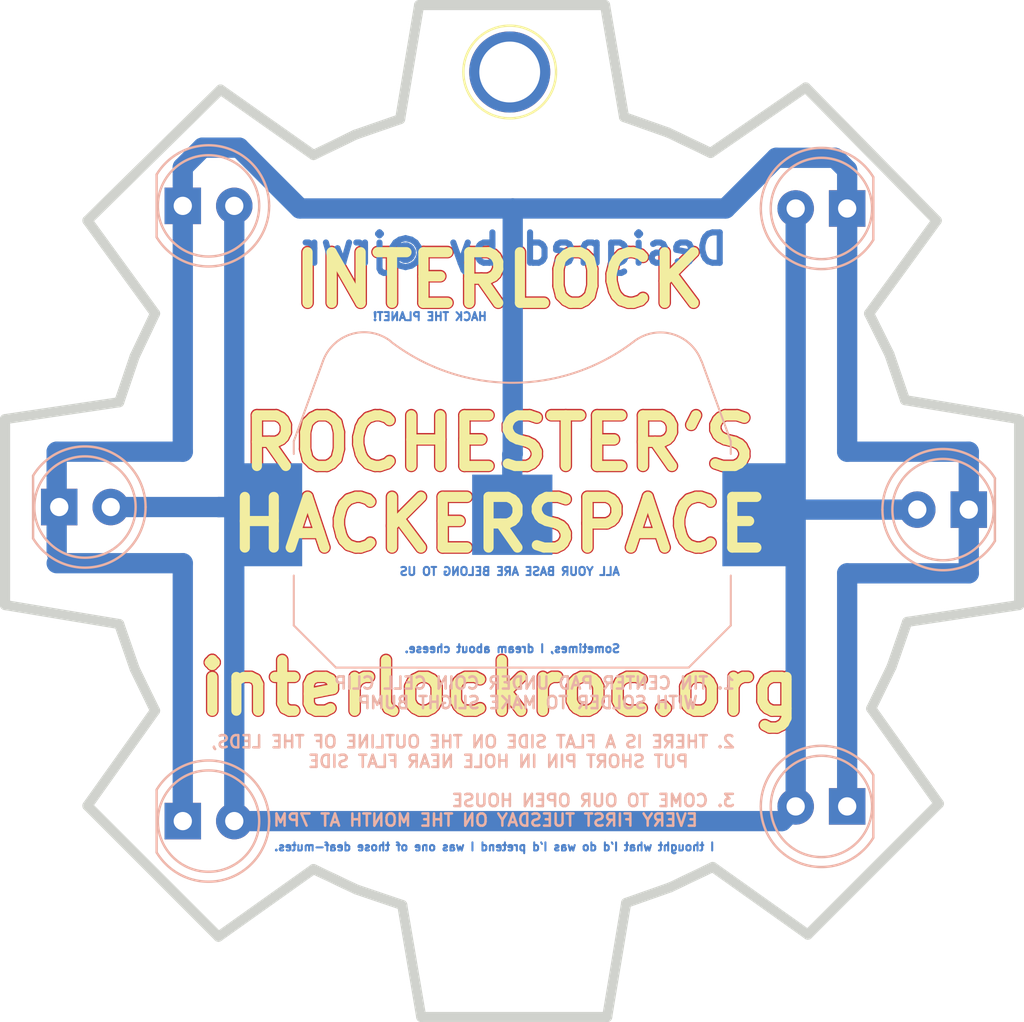
<source format=kicad_pcb>
(kicad_pcb (version 20171130) (host pcbnew "(5.0.0)")

  (general
    (thickness 1.6)
    (drawings 48)
    (tracks 39)
    (zones 0)
    (modules 8)
    (nets 3)
  )

  (page A4)
  (layers
    (0 F.Cu signal hide)
    (31 B.Cu signal)
    (32 B.Adhes user)
    (33 F.Adhes user hide)
    (34 B.Paste user)
    (35 F.Paste user hide)
    (36 B.SilkS user)
    (37 F.SilkS user hide)
    (38 B.Mask user)
    (39 F.Mask user hide)
    (40 Dwgs.User user)
    (41 Cmts.User user)
    (42 Eco1.User user)
    (43 Eco2.User user)
    (44 Edge.Cuts user)
    (45 Margin user)
    (46 B.CrtYd user)
    (47 F.CrtYd user)
    (48 B.Fab user)
    (49 F.Fab user)
  )

  (setup
    (last_trace_width 1)
    (trace_clearance 0.2)
    (zone_clearance 0.508)
    (zone_45_only no)
    (trace_min 0.2)
    (segment_width 0.2)
    (edge_width 0.15)
    (via_size 0.8)
    (via_drill 0.4)
    (via_min_size 0.4)
    (via_min_drill 0.3)
    (uvia_size 0.3)
    (uvia_drill 0.1)
    (uvias_allowed no)
    (uvia_min_size 0.2)
    (uvia_min_drill 0.1)
    (pcb_text_width 0.3)
    (pcb_text_size 1.5 1.5)
    (mod_edge_width 0.15)
    (mod_text_size 1 1)
    (mod_text_width 0.15)
    (pad_size 3.96 3.96)
    (pad_drill 0)
    (pad_to_mask_clearance 0.2)
    (solder_mask_min_width 0.25)
    (aux_axis_origin 0 0)
    (visible_elements 7FFFFFFF)
    (pcbplotparams
      (layerselection 0x010ff_ffffffff)
      (usegerberextensions false)
      (usegerberattributes false)
      (usegerberadvancedattributes false)
      (creategerberjobfile true)
      (excludeedgelayer true)
      (linewidth 0.100000)
      (plotframeref false)
      (viasonmask false)
      (mode 1)
      (useauxorigin false)
      (hpglpennumber 1)
      (hpglpenspeed 20)
      (hpglpendiameter 15.000000)
      (psnegative false)
      (psa4output false)
      (plotreference true)
      (plotvalue true)
      (plotinvisibletext false)
      (padsonsilk false)
      (subtractmaskfromsilk false)
      (outputformat 1)
      (mirror false)
      (drillshape 0)
      (scaleselection 1)
      (outputdirectory "grb/"))
  )

  (net 0 "")
  (net 1 "Net-(BT2032-Pad2)")
  (net 2 "Net-(BT2032-Pad1)")

  (net_class Default "This is the default net class."
    (clearance 0.2)
    (trace_width 1)
    (via_dia 0.8)
    (via_drill 0.4)
    (uvia_dia 0.3)
    (uvia_drill 0.1)
    (add_net "Net-(BT2032-Pad1)")
    (add_net "Net-(BT2032-Pad2)")
  )

  (module Battery:BatteryHolder_Keystone_3034_1x20mm-LrgPad (layer B.Cu) (tedit 5BCFD1F8) (tstamp 5BE7CF20)
    (at 141.478 62.611)
    (descr "Keystone 3034 SMD battery holder for 2020, 2025 and 2032 coincell batteries. http://www.keyelco.com/product-pdf.cfm?p=798")
    (tags "Keystone type 3034 coin cell retainer")
    (attr smd)
    (fp_text reference "" (at 0 11.5) (layer B.SilkS)
      (effects (font (size 1 1) (thickness 0.15)) (justify mirror))
    )
    (fp_text value Battery_Cell (at 0 -11.5) (layer B.Fab)
      (effects (font (size 1 1) (thickness 0.15)) (justify mirror))
    )
    (fp_text user %R (at 0 2.9) (layer B.Fab)
      (effects (font (size 1 1) (thickness 0.15)) (justify mirror))
    )
    (fp_circle (center 0 0) (end 0 -10.25) (layer Dwgs.User) (width 0.15))
    (fp_arc (start 0 -16.36) (end 6 -8.55) (angle 75.1) (layer B.SilkS) (width 0.1))
    (fp_arc (start -7.31 -6.85) (end -9.34 -7.58) (angle 107.5) (layer B.SilkS) (width 0.1))
    (fp_line (start -10.78 -3.63) (end -9.34 -7.58) (layer B.SilkS) (width 0.1))
    (fp_line (start -8.7 7.54) (end -10.78 5.46) (layer B.SilkS) (width 0.1))
    (fp_line (start 8.7 7.54) (end -8.7 7.54) (layer B.SilkS) (width 0.1))
    (fp_line (start 8.7 7.54) (end 10.78 5.46) (layer B.SilkS) (width 0.1))
    (fp_line (start 10.78 -3.63) (end 9.34 -7.58) (layer B.SilkS) (width 0.1))
    (fp_arc (start 7.31 -6.85) (end 6 -8.55) (angle 107.5) (layer B.SilkS) (width 0.1))
    (fp_line (start -10.78 5.46) (end -10.78 3) (layer B.SilkS) (width 0.1))
    (fp_line (start -10.78 -3) (end -10.78 -3.63) (layer B.SilkS) (width 0.1))
    (fp_line (start 10.78 5.46) (end 10.78 3) (layer B.SilkS) (width 0.1))
    (fp_line (start 10.78 -3) (end 10.78 -3.63) (layer B.SilkS) (width 0.1))
    (fp_line (start -9.19 -7.53) (end -10.63 -3.6) (layer B.Fab) (width 0.1))
    (fp_line (start -10.63 -3.6) (end -10.63 5.4) (layer B.Fab) (width 0.1))
    (fp_line (start -10.63 5.4) (end -8.64 7.39) (layer B.Fab) (width 0.1))
    (fp_line (start -8.64 7.39) (end 8.64 7.39) (layer B.Fab) (width 0.1))
    (fp_line (start 8.64 7.39) (end 10.63 5.4) (layer B.Fab) (width 0.1))
    (fp_line (start 10.63 5.4) (end 10.63 -3.6) (layer B.Fab) (width 0.1))
    (fp_line (start 10.63 -3.6) (end 9.19 -7.53) (layer B.Fab) (width 0.1))
    (fp_arc (start 7.31 -6.85) (end 6.1 -8.43) (angle 107.5) (layer B.Fab) (width 0.1))
    (fp_arc (start 0 -16.36) (end 6.1 -8.43) (angle 75.1) (layer B.Fab) (width 0.1))
    (fp_arc (start -7.31 -6.85) (end -9.19 -7.53) (angle 107.5) (layer B.Fab) (width 0.1))
    (fp_line (start 11.87 2.79) (end 10.88 2.79) (layer B.CrtYd) (width 0.05))
    (fp_line (start 10.88 2.79) (end 10.88 5.5) (layer B.CrtYd) (width 0.05))
    (fp_line (start 10.88 5.5) (end 8.74 7.64) (layer B.CrtYd) (width 0.05))
    (fp_line (start 8.74 7.64) (end 7.2 7.64) (layer B.CrtYd) (width 0.05))
    (fp_arc (start 0 0) (end 7.2 7.64) (angle 86.6) (layer B.CrtYd) (width 0.05))
    (fp_line (start -7.2 7.64) (end -8.74 7.64) (layer B.CrtYd) (width 0.05))
    (fp_line (start -8.74 7.64) (end -10.88 5.5) (layer B.CrtYd) (width 0.05))
    (fp_line (start -10.88 5.5) (end -10.88 2.79) (layer B.CrtYd) (width 0.05))
    (fp_line (start -10.88 2.79) (end -11.87 2.79) (layer B.CrtYd) (width 0.05))
    (fp_line (start -11.87 2.79) (end -11.87 -2.79) (layer B.CrtYd) (width 0.05))
    (fp_line (start -11.87 -2.79) (end -10.88 -2.79) (layer B.CrtYd) (width 0.05))
    (fp_line (start -10.88 -2.79) (end -10.88 -3.64) (layer B.CrtYd) (width 0.05))
    (fp_line (start -10.88 -3.64) (end -9.44 -7.62) (layer B.CrtYd) (width 0.05))
    (fp_arc (start -7.31 -6.85) (end -9.43 -7.62) (angle 106.9) (layer B.CrtYd) (width 0.05))
    (fp_arc (start 0 0) (end -5.96 -8.64) (angle 69.1) (layer B.CrtYd) (width 0.05))
    (fp_arc (start 7.31 -6.85) (end 5.96 -8.64) (angle 106.9) (layer B.CrtYd) (width 0.05))
    (fp_line (start 9.43 -7.63) (end 10.88 -3.64) (layer B.CrtYd) (width 0.05))
    (fp_line (start 10.88 -3.64) (end 10.88 -2.79) (layer B.CrtYd) (width 0.05))
    (fp_line (start 10.88 -2.79) (end 11.87 -2.79) (layer B.CrtYd) (width 0.05))
    (fp_line (start 11.87 -2.79) (end 11.87 2.79) (layer B.CrtYd) (width 0.05))
    (pad 2 smd rect (at 0 0) (size 3.96 3.96) (layers B.Cu B.Paste B.Mask)
      (net 1 "Net-(BT2032-Pad2)"))
    (pad 1 smd rect (at 12 0) (size 3.27 5.08) (layers B.Cu B.Paste B.Mask)
      (net 2 "Net-(BT2032-Pad1)"))
    (pad 1 smd rect (at -12 0) (size 3.27 5.08) (layers B.Cu B.Paste B.Mask)
      (net 2 "Net-(BT2032-Pad1)"))
    (model ${KISYS3DMOD}/Battery.3dshapes/BatteryHolder_Keystone_3034_1x20mm.wrl
      (at (xyz 0 0 0))
      (scale (xyz 1 1 1))
      (rotate (xyz 0 0 0))
    )
  )

  (module TestPoint:TestPoint_Plated_Hole_D3.0mm (layer F.Cu) (tedit 5BC89BE9) (tstamp 5BE0C883)
    (at 141.351 40.767)
    (descr "Plated Hole as test Point, diameter 3.0mm")
    (tags "test point plated hole")
    (attr virtual)
    (fp_text reference "" (at 0 -3.048) (layer F.SilkS)
      (effects (font (size 1 1) (thickness 0.15)))
    )
    (fp_text value TestPoint_Plated_Hole_D3.0mm (at 0 3) (layer F.Fab)
      (effects (font (size 1 1) (thickness 0.15)))
    )
    (fp_circle (center 0 0) (end 0 -2.286) (layer F.SilkS) (width 0.12))
    (fp_circle (center 0 0) (end 2.5 0) (layer F.CrtYd) (width 0.05))
    (fp_text user %R (at 0 -3.05) (layer F.Fab)
      (effects (font (size 1 1) (thickness 0.15)))
    )
    (pad 1 thru_hole circle (at 0 0) (size 4 4) (drill 3) (layers *.Cu *.Mask))
  )

  (module LED_THT:LED_D5.0mm_Clear (layer B.Cu) (tedit 5BCFD476) (tstamp 5BE0BFF2)
    (at 158 47.5 180)
    (descr "LED, diameter 5.0mm, 2 pins, http://cdn-reichelt.de/documents/datenblatt/A500/LL-504BC2E-009.pdf")
    (tags "LED diameter 5.0mm 2 pins")
    (path /5BC8F539)
    (fp_text reference "" (at 1.27 3.96 180) (layer B.SilkS)
      (effects (font (size 1 1) (thickness 0.15)) (justify mirror))
    )
    (fp_text value LED (at 1.27 -3.96 180) (layer B.Fab)
      (effects (font (size 1 1) (thickness 0.15)) (justify mirror))
    )
    (fp_arc (start 1.27 0) (end -1.29 -1.54483) (angle 148.9) (layer B.SilkS) (width 0.12))
    (fp_arc (start 1.27 0) (end -1.29 1.54483) (angle -148.9) (layer B.SilkS) (width 0.12))
    (fp_arc (start 1.27 0) (end -1.23 1.469694) (angle -299.1) (layer B.Fab) (width 0.1))
    (fp_circle (center 1.27 0) (end 3.77 0) (layer B.SilkS) (width 0.12))
    (fp_circle (center 1.27 0) (end 3.77 0) (layer B.Fab) (width 0.1))
    (fp_line (start 4.5 3.25) (end -1.95 3.25) (layer B.CrtYd) (width 0.05))
    (fp_line (start 4.5 -3.25) (end 4.5 3.25) (layer B.CrtYd) (width 0.05))
    (fp_line (start -1.95 -3.25) (end 4.5 -3.25) (layer B.CrtYd) (width 0.05))
    (fp_line (start -1.95 3.25) (end -1.95 -3.25) (layer B.CrtYd) (width 0.05))
    (fp_line (start -1.29 1.545) (end -1.29 -1.545) (layer B.SilkS) (width 0.12))
    (fp_line (start -1.23 1.469694) (end -1.23 -1.469694) (layer B.Fab) (width 0.1))
    (fp_text user %R (at 1.25 0 180) (layer B.Fab)
      (effects (font (size 0.8 0.8) (thickness 0.2)) (justify mirror))
    )
    (pad 2 thru_hole circle (at 2.54 0 180) (size 1.8 1.8) (drill 0.9) (layers *.Cu *.Mask)
      (net 2 "Net-(BT2032-Pad1)"))
    (pad 1 thru_hole rect (at 0 0 180) (size 1.8 1.8) (drill 0.9) (layers *.Cu *.Mask)
      (net 1 "Net-(BT2032-Pad2)"))
    (model ${KISYS3DMOD}/LED_THT.3dshapes/LED_D5.0mm_Clear.wrl
      (at (xyz 0 0 0))
      (scale (xyz 1 1 1))
      (rotate (xyz 0 0 0))
    )
  )

  (module LED_THT:LED_D5.0mm_Clear (layer B.Cu) (tedit 5BCFD47D) (tstamp 5BE0BFE0)
    (at 158 77 180)
    (descr "LED, diameter 5.0mm, 2 pins, http://cdn-reichelt.de/documents/datenblatt/A500/LL-504BC2E-009.pdf")
    (tags "LED diameter 5.0mm 2 pins")
    (path /5BC8F50D)
    (fp_text reference "" (at 1.27 3.96 180) (layer B.SilkS)
      (effects (font (size 1 1) (thickness 0.15)) (justify mirror))
    )
    (fp_text value LED (at 1.27 -3.96 180) (layer B.Fab)
      (effects (font (size 1 1) (thickness 0.15)) (justify mirror))
    )
    (fp_text user %R (at 1.25 0 180) (layer B.Fab)
      (effects (font (size 0.8 0.8) (thickness 0.2)) (justify mirror))
    )
    (fp_line (start -1.23 1.469694) (end -1.23 -1.469694) (layer B.Fab) (width 0.1))
    (fp_line (start -1.29 1.545) (end -1.29 -1.545) (layer B.SilkS) (width 0.12))
    (fp_line (start -1.95 3.25) (end -1.95 -3.25) (layer B.CrtYd) (width 0.05))
    (fp_line (start -1.95 -3.25) (end 4.5 -3.25) (layer B.CrtYd) (width 0.05))
    (fp_line (start 4.5 -3.25) (end 4.5 3.25) (layer B.CrtYd) (width 0.05))
    (fp_line (start 4.5 3.25) (end -1.95 3.25) (layer B.CrtYd) (width 0.05))
    (fp_circle (center 1.27 0) (end 3.77 0) (layer B.Fab) (width 0.1))
    (fp_circle (center 1.27 0) (end 3.77 0) (layer B.SilkS) (width 0.12))
    (fp_arc (start 1.27 0) (end -1.23 1.469694) (angle -299.1) (layer B.Fab) (width 0.1))
    (fp_arc (start 1.27 0) (end -1.29 1.54483) (angle -148.9) (layer B.SilkS) (width 0.12))
    (fp_arc (start 1.27 0) (end -1.29 -1.54483) (angle 148.9) (layer B.SilkS) (width 0.12))
    (pad 1 thru_hole rect (at 0 0 180) (size 1.8 1.8) (drill 0.9) (layers *.Cu *.Mask)
      (net 1 "Net-(BT2032-Pad2)"))
    (pad 2 thru_hole circle (at 2.54 0 180) (size 1.8 1.8) (drill 0.9) (layers *.Cu *.Mask)
      (net 2 "Net-(BT2032-Pad1)"))
    (model ${KISYS3DMOD}/LED_THT.3dshapes/LED_D5.0mm_Clear.wrl
      (at (xyz 0 0 0))
      (scale (xyz 1 1 1))
      (rotate (xyz 0 0 0))
    )
  )

  (module LED_THT:LED_D5.0mm_Clear (layer B.Cu) (tedit 5BCFD486) (tstamp 5BE0BFCE)
    (at 119.126 62.23)
    (descr "LED, diameter 5.0mm, 2 pins, http://cdn-reichelt.de/documents/datenblatt/A500/LL-504BC2E-009.pdf")
    (tags "LED diameter 5.0mm 2 pins")
    (path /5BC8F4E7)
    (fp_text reference "" (at 1.27 3.96) (layer B.SilkS)
      (effects (font (size 1 1) (thickness 0.15)) (justify mirror))
    )
    (fp_text value LED (at 1.27 -3.96) (layer B.Fab)
      (effects (font (size 1 1) (thickness 0.15)) (justify mirror))
    )
    (fp_arc (start 1.27 0) (end -1.29 -1.54483) (angle 148.9) (layer B.SilkS) (width 0.12))
    (fp_arc (start 1.27 0) (end -1.29 1.54483) (angle -148.9) (layer B.SilkS) (width 0.12))
    (fp_arc (start 1.27 0) (end -1.23 1.469694) (angle -299.1) (layer B.Fab) (width 0.1))
    (fp_circle (center 1.27 0) (end 3.77 0) (layer B.SilkS) (width 0.12))
    (fp_circle (center 1.27 0) (end 3.77 0) (layer B.Fab) (width 0.1))
    (fp_line (start 4.5 3.25) (end -1.95 3.25) (layer B.CrtYd) (width 0.05))
    (fp_line (start 4.5 -3.25) (end 4.5 3.25) (layer B.CrtYd) (width 0.05))
    (fp_line (start -1.95 -3.25) (end 4.5 -3.25) (layer B.CrtYd) (width 0.05))
    (fp_line (start -1.95 3.25) (end -1.95 -3.25) (layer B.CrtYd) (width 0.05))
    (fp_line (start -1.29 1.545) (end -1.29 -1.545) (layer B.SilkS) (width 0.12))
    (fp_line (start -1.23 1.469694) (end -1.23 -1.469694) (layer B.Fab) (width 0.1))
    (fp_text user %R (at 1.25 0) (layer B.Fab)
      (effects (font (size 0.8 0.8) (thickness 0.2)) (justify mirror))
    )
    (pad 2 thru_hole circle (at 2.54 0) (size 1.8 1.8) (drill 0.9) (layers *.Cu *.Mask)
      (net 2 "Net-(BT2032-Pad1)"))
    (pad 1 thru_hole rect (at 0 0) (size 1.8 1.8) (drill 0.9) (layers *.Cu *.Mask)
      (net 1 "Net-(BT2032-Pad2)"))
    (model ${KISYS3DMOD}/LED_THT.3dshapes/LED_D5.0mm_Clear.wrl
      (at (xyz 0 0 0))
      (scale (xyz 1 1 1))
      (rotate (xyz 0 0 0))
    )
  )

  (module LED_THT:LED_D5.0mm_Clear (layer B.Cu) (tedit 5BCFD479) (tstamp 5BE0BFBC)
    (at 164 62.357 180)
    (descr "LED, diameter 5.0mm, 2 pins, http://cdn-reichelt.de/documents/datenblatt/A500/LL-504BC2E-009.pdf")
    (tags "LED diameter 5.0mm 2 pins")
    (path /5BC8F4C3)
    (fp_text reference "" (at 1.27 3.96 180) (layer B.SilkS)
      (effects (font (size 1 1) (thickness 0.15)) (justify mirror))
    )
    (fp_text value LED (at 1.27 -3.96 180) (layer B.Fab)
      (effects (font (size 1 1) (thickness 0.15)) (justify mirror))
    )
    (fp_text user %R (at 1.25 0 180) (layer B.Fab)
      (effects (font (size 0.8 0.8) (thickness 0.2)) (justify mirror))
    )
    (fp_line (start -1.23 1.469694) (end -1.23 -1.469694) (layer B.Fab) (width 0.1))
    (fp_line (start -1.29 1.545) (end -1.29 -1.545) (layer B.SilkS) (width 0.12))
    (fp_line (start -1.95 3.25) (end -1.95 -3.25) (layer B.CrtYd) (width 0.05))
    (fp_line (start -1.95 -3.25) (end 4.5 -3.25) (layer B.CrtYd) (width 0.05))
    (fp_line (start 4.5 -3.25) (end 4.5 3.25) (layer B.CrtYd) (width 0.05))
    (fp_line (start 4.5 3.25) (end -1.95 3.25) (layer B.CrtYd) (width 0.05))
    (fp_circle (center 1.27 0) (end 3.77 0) (layer B.Fab) (width 0.1))
    (fp_circle (center 1.27 0) (end 3.77 0) (layer B.SilkS) (width 0.12))
    (fp_arc (start 1.27 0) (end -1.23 1.469694) (angle -299.1) (layer B.Fab) (width 0.1))
    (fp_arc (start 1.27 0) (end -1.29 1.54483) (angle -148.9) (layer B.SilkS) (width 0.12))
    (fp_arc (start 1.27 0) (end -1.29 -1.54483) (angle 148.9) (layer B.SilkS) (width 0.12))
    (pad 1 thru_hole rect (at 0 0 180) (size 1.8 1.8) (drill 0.9) (layers *.Cu *.Mask)
      (net 1 "Net-(BT2032-Pad2)"))
    (pad 2 thru_hole circle (at 2.54 0 180) (size 1.8 1.8) (drill 0.9) (layers *.Cu *.Mask)
      (net 2 "Net-(BT2032-Pad1)"))
    (model ${KISYS3DMOD}/LED_THT.3dshapes/LED_D5.0mm_Clear.wrl
      (at (xyz 0 0 0))
      (scale (xyz 1 1 1))
      (rotate (xyz 0 0 0))
    )
  )

  (module LED_THT:LED_D5.0mm_Clear (layer B.Cu) (tedit 5BCFD483) (tstamp 5BE0BFAA)
    (at 125.222 77.724)
    (descr "LED, diameter 5.0mm, 2 pins, http://cdn-reichelt.de/documents/datenblatt/A500/LL-504BC2E-009.pdf")
    (tags "LED diameter 5.0mm 2 pins")
    (path /5BC8F4A5)
    (fp_text reference "" (at 1.27 3.96) (layer B.SilkS)
      (effects (font (size 1 1) (thickness 0.15)) (justify mirror))
    )
    (fp_text value LED (at 1.27 -3.96) (layer B.Fab)
      (effects (font (size 1 1) (thickness 0.15)) (justify mirror))
    )
    (fp_arc (start 1.27 0) (end -1.29 -1.54483) (angle 148.9) (layer B.SilkS) (width 0.12))
    (fp_arc (start 1.27 0) (end -1.29 1.54483) (angle -148.9) (layer B.SilkS) (width 0.12))
    (fp_arc (start 1.27 0) (end -1.23 1.469694) (angle -299.1) (layer B.Fab) (width 0.1))
    (fp_circle (center 1.27 0) (end 3.77 0) (layer B.SilkS) (width 0.12))
    (fp_circle (center 1.27 0) (end 3.77 0) (layer B.Fab) (width 0.1))
    (fp_line (start 4.5 3.25) (end -1.95 3.25) (layer B.CrtYd) (width 0.05))
    (fp_line (start 4.5 -3.25) (end 4.5 3.25) (layer B.CrtYd) (width 0.05))
    (fp_line (start -1.95 -3.25) (end 4.5 -3.25) (layer B.CrtYd) (width 0.05))
    (fp_line (start -1.95 3.25) (end -1.95 -3.25) (layer B.CrtYd) (width 0.05))
    (fp_line (start -1.29 1.545) (end -1.29 -1.545) (layer B.SilkS) (width 0.12))
    (fp_line (start -1.23 1.469694) (end -1.23 -1.469694) (layer B.Fab) (width 0.1))
    (fp_text user %R (at 1.25 0) (layer B.Fab)
      (effects (font (size 0.8 0.8) (thickness 0.2)) (justify mirror))
    )
    (pad 2 thru_hole circle (at 2.54 0) (size 1.8 1.8) (drill 0.9) (layers *.Cu *.Mask)
      (net 2 "Net-(BT2032-Pad1)"))
    (pad 1 thru_hole rect (at 0 0) (size 1.8 1.8) (drill 0.9) (layers *.Cu *.Mask)
      (net 1 "Net-(BT2032-Pad2)"))
    (model ${KISYS3DMOD}/LED_THT.3dshapes/LED_D5.0mm_Clear.wrl
      (at (xyz 0 0 0))
      (scale (xyz 1 1 1))
      (rotate (xyz 0 0 0))
    )
  )

  (module LED_THT:LED_D5.0mm_Clear (layer B.Cu) (tedit 5BCFD48B) (tstamp 5BE0BF98)
    (at 125.222 47.371)
    (descr "LED, diameter 5.0mm, 2 pins, http://cdn-reichelt.de/documents/datenblatt/A500/LL-504BC2E-009.pdf")
    (tags "LED diameter 5.0mm 2 pins")
    (path /5BC8F3C7)
    (fp_text reference "" (at 1.27 3.96) (layer B.SilkS)
      (effects (font (size 1 1) (thickness 0.15)) (justify mirror))
    )
    (fp_text value LED (at 1.27 -3.96) (layer B.Fab)
      (effects (font (size 1 1) (thickness 0.15)) (justify mirror))
    )
    (fp_text user %R (at 1.25 0) (layer B.Fab)
      (effects (font (size 0.8 0.8) (thickness 0.2)) (justify mirror))
    )
    (fp_line (start -1.23 1.469694) (end -1.23 -1.469694) (layer B.Fab) (width 0.1))
    (fp_line (start -1.29 1.545) (end -1.29 -1.545) (layer B.SilkS) (width 0.12))
    (fp_line (start -1.95 3.25) (end -1.95 -3.25) (layer B.CrtYd) (width 0.05))
    (fp_line (start -1.95 -3.25) (end 4.5 -3.25) (layer B.CrtYd) (width 0.05))
    (fp_line (start 4.5 -3.25) (end 4.5 3.25) (layer B.CrtYd) (width 0.05))
    (fp_line (start 4.5 3.25) (end -1.95 3.25) (layer B.CrtYd) (width 0.05))
    (fp_circle (center 1.27 0) (end 3.77 0) (layer B.Fab) (width 0.1))
    (fp_circle (center 1.27 0) (end 3.77 0) (layer B.SilkS) (width 0.12))
    (fp_arc (start 1.27 0) (end -1.23 1.469694) (angle -299.1) (layer B.Fab) (width 0.1))
    (fp_arc (start 1.27 0) (end -1.29 1.54483) (angle -148.9) (layer B.SilkS) (width 0.12))
    (fp_arc (start 1.27 0) (end -1.29 -1.54483) (angle 148.9) (layer B.SilkS) (width 0.12))
    (pad 1 thru_hole rect (at 0 0) (size 1.8 1.8) (drill 0.9) (layers *.Cu *.Mask)
      (net 1 "Net-(BT2032-Pad2)"))
    (pad 2 thru_hole circle (at 2.54 0) (size 1.8 1.8) (drill 0.9) (layers *.Cu *.Mask)
      (net 2 "Net-(BT2032-Pad1)"))
    (model ${KISYS3DMOD}/LED_THT.3dshapes/LED_D5.0mm_Clear.wrl
      (at (xyz 0 0 0))
      (scale (xyz 1 1 1))
      (rotate (xyz 0 0 0))
    )
  )

  (gr_text "HACK THE PLANET!" (at 137.414 52.832) (layer B.Cu)
    (effects (font (size 0.4 0.4) (thickness 0.1)) (justify mirror))
  )
  (gr_text "I thought what I'd do was I'd pretend I was one of those deaf-mutes." (at 140.589 78.994) (layer B.Cu)
    (effects (font (size 0.4 0.4) (thickness 0.1)) (justify mirror))
  )
  (gr_text "ALL YOUR BASE ARE BELONG TO US" (at 141.351 65.405) (layer B.Cu)
    (effects (font (size 0.4 0.4) (thickness 0.1)) (justify mirror))
  )
  (gr_text "Sometimes, I dream about cheese." (at 141.478 69.215) (layer B.Cu)
    (effects (font (size 0.4 0.4) (thickness 0.1)) (justify mirror))
  )
  (gr_text "Designed by @jrwr" (at 141.605 49.5) (layer B.Cu)
    (effects (font (size 1.5 1.5) (thickness 0.3)) (justify mirror))
  )
  (gr_text "INTERLOCK\n\nROCHESTER'S\nHACKERSPACE\n\ninterlockroc.org" (at 140.843 61.087) (layer F.SilkS) (tstamp 5BCF19FF)
    (effects (font (size 2.5 2.5) (thickness 0.5)))
  )
  (gr_text "1. TIN CENTER PAD UNDER COIN CELL CLIP \n    WITH SOLDER TO MAKE SLIGHT BUMP\n\n2. THERE IS A FLAT SIDE ON THE OUTLINE OF THE LEDS,\n     PUT SHORT PIN IN HOLE NEAR FLAT SIDE\n\n3. COME TO OUR OPEN HOUSE \n    EVERY FIRST TUESDAY ON THE MONTH AT 7PM" (at 152.527 74.295) (layer B.SilkS)
    (effects (font (size 0.6 0.6) (thickness 0.125)) (justify left mirror))
  )
  (gr_text "INTERLOCK\n\nROCHESTER'S\nHACKERSPACE\n\ninterlockroc.org" (at 140.843 61.087) (layer F.Cu)
    (effects (font (size 2.5 2.5) (thickness 0.625)))
  )
  (gr_line (start 160.958912 67.89843) (end 166.483014 67.06456) (layer Edge.Cuts) (width 0.5))
  (gr_line (start 162.522318 76.86203) (end 159.187167 72.17181) (layer Edge.Cuts) (width 0.5))
  (gr_line (start 159.187167 72.17181) (end 160.190295 70.113247) (layer Edge.Cuts) (width 0.5))
  (gr_line (start 160.190295 70.113247) (end 160.958912 67.89843) (layer Edge.Cuts) (width 0.5))
  (gr_line (start 156.060349 83.324) (end 162.522318 76.86203) (layer Edge.Cuts) (width 0.5))
  (gr_line (start 136.048721 81.86494) (end 136.986765 87.38887) (layer Edge.Cuts) (width 0.5))
  (gr_line (start 160.854746 56.95457) (end 160.086104 54.700634) (layer Edge.Cuts) (width 0.5))
  (gr_line (start 122.850851 70.217481) (end 123.854136 72.27598) (layer Edge.Cuts) (width 0.5))
  (gr_line (start 151.265776 44.75999) (end 149.168241 43.756839) (layer Edge.Cuts) (width 0.5))
  (gr_line (start 146.992582 42.98807) (end 146.054532 37.46414) (layer Edge.Cuts) (width 0.5))
  (gr_line (start 116.453941 57.89262) (end 116.453941 67.06456) (layer Edge.Cuts) (width 0.5))
  (gr_line (start 151.370125 79.98885) (end 156.060349 83.324) (layer Edge.Cuts) (width 0.5))
  (gr_line (start 149.272499 80.991984) (end 151.370125 79.98885) (layer Edge.Cuts) (width 0.5))
  (gr_line (start 147.096748 81.7606) (end 149.272499 80.991984) (layer Edge.Cuts) (width 0.5))
  (gr_line (start 146.158705 87.38887) (end 147.096748 81.7606) (layer Edge.Cuts) (width 0.5))
  (gr_line (start 136.986765 87.38887) (end 146.158705 87.38887) (layer Edge.Cuts) (width 0.5))
  (gr_line (start 133.781754 81.096171) (end 136.048721 81.86494) (layer Edge.Cuts) (width 0.5))
  (gr_line (start 123.854136 52.6812) (end 122.850983 54.791842) (layer Edge.Cuts) (width 0.5))
  (gr_line (start 123.854136 72.27598) (end 120.518803 76.96621) (layer Edge.Cuts) (width 0.5))
  (gr_line (start 149.168241 43.756839) (end 146.992582 42.98807) (layer Edge.Cuts) (width 0.5))
  (gr_line (start 166.483014 67.06456) (end 166.483014 57.89262) (layer Edge.Cuts) (width 0.5))
  (gr_line (start 146.054532 37.46414) (end 136.882416 37.46414) (layer Edge.Cuts) (width 0.5))
  (gr_line (start 166.483014 57.89262) (end 160.854746 56.95457) (layer Edge.Cuts) (width 0.5))
  (gr_line (start 131.671179 80.09302) (end 133.781754 81.096171) (layer Edge.Cuts) (width 0.5))
  (gr_line (start 122.082209 57.05874) (end 116.453941 57.89262) (layer Edge.Cuts) (width 0.5))
  (gr_line (start 162.418152 48.09532) (end 155.956 41.529) (layer Edge.Cuts) (width 0.5))
  (gr_line (start 126.980948 83.42835) (end 131.671179 80.09302) (layer Edge.Cuts) (width 0.5))
  (gr_line (start 127.085121 41.63317) (end 120.518803 48.09532) (layer Edge.Cuts) (width 0.5))
  (gr_line (start 136.882416 37.46414) (end 135.944373 43.09241) (layer Edge.Cuts) (width 0.5))
  (gr_line (start 120.518803 76.96621) (end 126.980948 83.42835) (layer Edge.Cuts) (width 0.5))
  (gr_line (start 122.082209 68.0026) (end 122.850851 70.217481) (layer Edge.Cuts) (width 0.5))
  (gr_line (start 160.086104 54.700634) (end 159.082819 52.6812) (layer Edge.Cuts) (width 0.5))
  (gr_line (start 116.453941 67.06456) (end 122.082209 68.0026) (layer Edge.Cuts) (width 0.5))
  (gr_line (start 133.729583 43.861025) (end 131.671179 44.86415) (layer Edge.Cuts) (width 0.5))
  (gr_line (start 122.850983 54.791842) (end 122.082209 57.05874) (layer Edge.Cuts) (width 0.5))
  (gr_line (start 131.671179 44.86415) (end 127.085121 41.63317) (layer Edge.Cuts) (width 0.5))
  (gr_line (start 135.944373 43.09241) (end 133.729583 43.861025) (layer Edge.Cuts) (width 0.5))
  (gr_line (start 120.518803 48.09532) (end 123.854136 52.6812) (layer Edge.Cuts) (width 0.5))
  (gr_line (start 159.082819 52.6812) (end 162.418152 48.09532) (layer Edge.Cuts) (width 0.5))
  (gr_line (start 155.956 41.529) (end 151.265776 44.75999) (layer Edge.Cuts) (width 0.5))

  (segment (start 119.297998 62.23) (end 119.126 62.23) (width 1) (layer B.Cu) (net 1))
  (segment (start 125.222 65) (end 119 65) (width 1) (layer B.Cu) (net 1))
  (segment (start 158 47.5) (end 158 59.5) (width 1) (layer B.Cu) (net 1))
  (segment (start 119 64.5) (end 119 59.5) (width 1) (layer B.Cu) (net 1))
  (segment (start 119 59.5) (end 125.222 59.5) (width 1) (layer B.Cu) (net 1))
  (segment (start 125.222 59.5) (end 125.222 47.371) (width 1) (layer B.Cu) (net 1))
  (segment (start 158 65.5) (end 164 65.5) (width 1) (layer B.Cu) (net 1))
  (segment (start 158 59.5) (end 164 59.5) (width 1) (layer B.Cu) (net 1))
  (segment (start 157.4 45) (end 158 45.6) (width 1) (layer B.Cu) (net 1))
  (segment (start 141.5 47.5) (end 152 47.5) (width 1) (layer B.Cu) (net 1))
  (segment (start 154.5 45) (end 157.4 45) (width 1) (layer B.Cu) (net 1))
  (segment (start 158 45.6) (end 158 47.5) (width 1) (layer B.Cu) (net 1))
  (segment (start 152 47.5) (end 154.5 45) (width 1) (layer B.Cu) (net 1))
  (segment (start 128 44.5) (end 126.193 44.5) (width 1) (layer B.Cu) (net 1))
  (segment (start 131 47.5) (end 128 44.5) (width 1) (layer B.Cu) (net 1))
  (segment (start 141.5 47.5) (end 131 47.5) (width 1) (layer B.Cu) (net 1))
  (segment (start 164 65.5) (end 164 62.357) (width 1) (layer B.Cu) (net 1))
  (segment (start 141.5 59.609) (end 141.5 47.5) (width 1) (layer B.Cu) (net 1))
  (segment (start 126.193 44.5) (end 125.222 45.471) (width 1) (layer B.Cu) (net 1))
  (segment (start 141.478 59.631) (end 141.5 59.609) (width 1) (layer B.Cu) (net 1))
  (segment (start 125.222 45.471) (end 125.222 47.371) (width 1) (layer B.Cu) (net 1))
  (segment (start 141.478 62.611) (end 141.478 59.631) (width 1) (layer B.Cu) (net 1))
  (segment (start 164 59.5) (end 164 62.357) (width 1) (layer B.Cu) (net 1))
  (segment (start 125.222 77.724) (end 125.222 65) (width 1) (layer B.Cu) (net 1))
  (segment (start 158 77) (end 158 65.5) (width 1) (layer B.Cu) (net 1))
  (segment (start 127.762 77.724) (end 154.776 77.724) (width 1) (layer B.Cu) (net 2))
  (segment (start 154.776 77.724) (end 155.5 77) (width 1) (layer B.Cu) (net 2))
  (segment (start 127.762 62.23) (end 127.762 77.724) (width 1) (layer B.Cu) (net 2))
  (segment (start 127.762 47.371) (end 127.762 62.23) (width 1) (layer B.Cu) (net 2))
  (segment (start 161.46 62.357) (end 153.732 62.357) (width 1) (layer B.Cu) (net 2))
  (segment (start 153.732 62.357) (end 153.478 62.611) (width 1) (layer B.Cu) (net 2))
  (segment (start 121.666 62.23) (end 127 62.23) (width 1) (layer B.Cu) (net 2))
  (segment (start 127 62.23) (end 127.762 62.23) (width 1) (layer B.Cu) (net 2))
  (segment (start 153.567 62.7) (end 153.478 62.611) (width 1) (layer B.Cu) (net 2))
  (segment (start 155.46 62.7) (end 153.567 62.7) (width 1) (layer B.Cu) (net 2))
  (segment (start 155.46 62.7) (end 155.46 77) (width 1) (layer B.Cu) (net 2))
  (segment (start 155.46 47.5) (end 155.46 62.7) (width 1) (layer B.Cu) (net 2))
  (segment (start 129.097 62.23) (end 129.478 62.611) (width 1) (layer B.Cu) (net 2))
  (segment (start 127 62.23) (end 129.097 62.23) (width 1) (layer B.Cu) (net 2))

)

</source>
